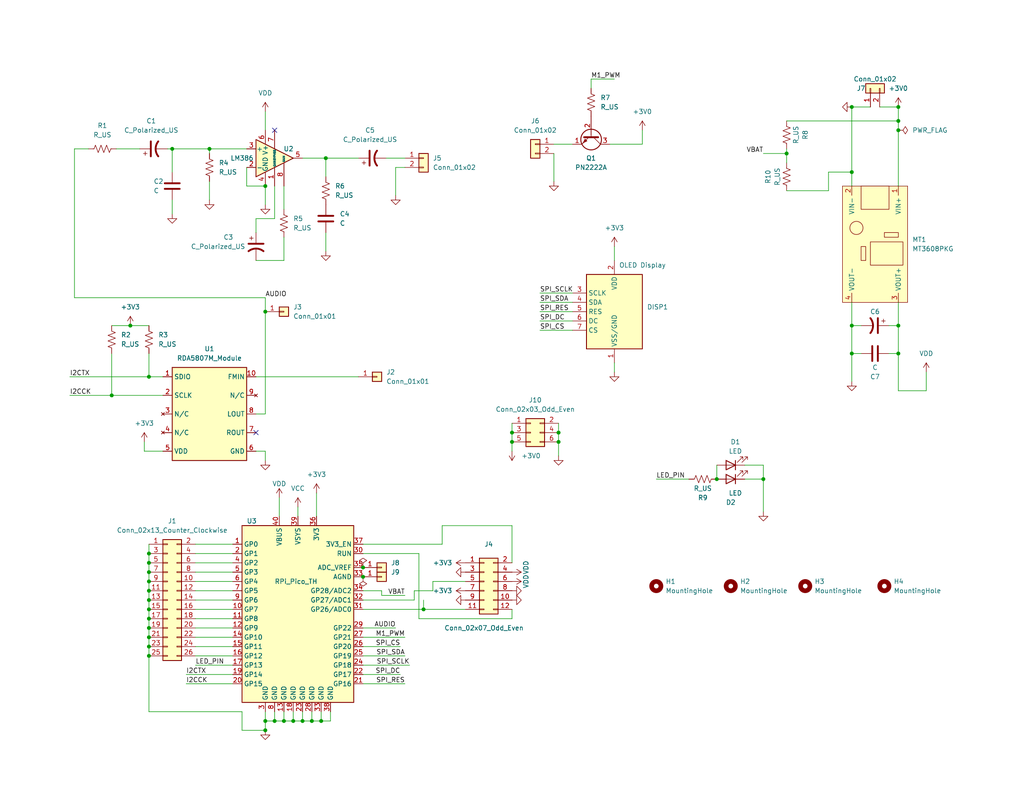
<source format=kicad_sch>
(kicad_sch (version 20211123) (generator eeschema)
  (paper "A")
  (lib_symbols
    (symbol "Amplifier_Audio:LM386" (pin_names (offset 0.127))
      (property "Reference" "U" (at 1.27 7.62 0))
      (property "Value" "LM386" (at 1.27 5.08 0))
      (symbol "LM386_0_1"
        (polyline (pts (xy 5.08 0) (xy -5.08 5.08) (xy -5.08 -5.08) (xy 5.08 0)) (stroke (width 0.254)) (fill (type background)))
      )
      (symbol "LM386_1_1"
        (pin input line (at 0 -7.62 90) (length 5.08) (name "GAIN") (number "1"))
        (pin input line (at -7.62 -2.54 0) (length 2.54) (name "-") (number "2"))
        (pin input line (at -7.62 2.54 0) (length 2.54) (name "+") (number "3"))
        (pin power_in line (at -2.54 -7.62 90) (length 3.81) (name "GND") (number "4"))
        (pin output line (at 7.62 0 180) (length 2.54) (name "~") (number "5"))
        (pin power_in line (at -2.54 7.62 270) (length 3.81) (name "V+") (number "6"))
        (pin input line (at 0 7.62 270) (length 5.08) (name "BYPASS") (number "7"))
        (pin input line (at 2.54 -7.62 90) (length 6.35) (name "GAIN") (number "8"))
      )
    )
    (symbol "Connector_Generic:Conn_01x01" (pin_names (offset 1.016) hide)
      (property "Reference" "J" (at 0 2.54 0))
      (property "Value" "Conn_01x01" (at 0 -2.54 0))
      (symbol "Conn_01x01_1_1"
        (rectangle (start -1.27 0.127) (end 0 -0.127) (stroke (width 0.1524)))
        (rectangle (start -1.27 1.27) (end 1.27 -1.27) (stroke (width 0.254)) (fill (type background)))
        (pin passive line (at -5.08 0 0) (length 3.81) (name "Pin_1") (number "1"))
      )
    )
    (symbol "Connector_Generic:Conn_01x02" (pin_names (offset 1.016) hide)
      (property "Reference" "J" (at 0 2.54 0))
      (property "Value" "Conn_01x02" (at 0 -5.08 0))
      (symbol "Conn_01x02_1_1"
        (rectangle (start -1.27 -2.413) (end 0 -2.667) (stroke (width 0.1524)))
        (rectangle (start -1.27 0.127) (end 0 -0.127) (stroke (width 0.1524)))
        (rectangle (start -1.27 1.27) (end 1.27 -3.81) (stroke (width 0.254)) (fill (type background)))
        (pin passive line (at -5.08 0 0) (length 3.81) (name "Pin_1") (number "1"))
        (pin passive line (at -5.08 -2.54 0) (length 3.81) (name "Pin_2") (number "2"))
      )
    )
    (symbol "Connector_Generic:Conn_02x03_Odd_Even" (pin_names (offset 1.016) hide)
      (property "Reference" "J" (at 1.27 5.08 0))
      (property "Value" "Conn_02x03_Odd_Even" (at 1.27 -5.08 0))
      (symbol "Conn_02x03_Odd_Even_1_1"
        (rectangle (start -1.27 -2.413) (end 0 -2.667) (stroke (width 0.1524)))
        (rectangle (start -1.27 0.127) (end 0 -0.127) (stroke (width 0.1524)))
        (rectangle (start -1.27 2.667) (end 0 2.413) (stroke (width 0.1524)))
        (rectangle (start -1.27 3.81) (end 3.81 -3.81) (stroke (width 0.254)) (fill (type background)))
        (rectangle (start 3.81 -2.413) (end 2.54 -2.667) (stroke (width 0.1524)))
        (rectangle (start 3.81 0.127) (end 2.54 -0.127) (stroke (width 0.1524)))
        (rectangle (start 3.81 2.667) (end 2.54 2.413) (stroke (width 0.1524)))
        (pin passive line (at -5.08 2.54 0) (length 3.81) (name "Pin_1") (number "1"))
        (pin passive line (at 7.62 2.54 180) (length 3.81) (name "Pin_2") (number "2"))
        (pin passive line (at -5.08 0 0) (length 3.81) (name "Pin_3") (number "3"))
        (pin passive line (at 7.62 0 180) (length 3.81) (name "Pin_4") (number "4"))
        (pin passive line (at -5.08 -2.54 0) (length 3.81) (name "Pin_5") (number "5"))
        (pin passive line (at 7.62 -2.54 180) (length 3.81) (name "Pin_6") (number "6"))
      )
    )
    (symbol "Connector_Generic:Conn_02x06_Odd_Even" (pin_names (offset 1.016) hide)
      (property "Reference" "J" (at 1.27 7.62 0))
      (property "Value" "Conn_02x06_Odd_Even" (at 1.27 -10.16 0))
      (symbol "Conn_02x06_Odd_Even_1_1"
        (rectangle (start -1.27 -7.493) (end 0 -7.747) (stroke (width 0.1524)))
        (rectangle (start -1.27 -4.953) (end 0 -5.207) (stroke (width 0.1524)))
        (rectangle (start -1.27 -2.413) (end 0 -2.667) (stroke (width 0.1524)))
        (rectangle (start -1.27 0.127) (end 0 -0.127) (stroke (width 0.1524)))
        (rectangle (start -1.27 2.667) (end 0 2.413) (stroke (width 0.1524)))
        (rectangle (start -1.27 5.207) (end 0 4.953) (stroke (width 0.1524)))
        (rectangle (start -1.27 6.35) (end 3.81 -8.89) (stroke (width 0.254)) (fill (type background)))
        (rectangle (start 3.81 -7.493) (end 2.54 -7.747) (stroke (width 0.1524)))
        (rectangle (start 3.81 -4.953) (end 2.54 -5.207) (stroke (width 0.1524)))
        (rectangle (start 3.81 -2.413) (end 2.54 -2.667) (stroke (width 0.1524)))
        (rectangle (start 3.81 0.127) (end 2.54 -0.127) (stroke (width 0.1524)))
        (rectangle (start 3.81 2.667) (end 2.54 2.413) (stroke (width 0.1524)))
        (rectangle (start 3.81 5.207) (end 2.54 4.953) (stroke (width 0.1524)))
        (pin passive line (at -5.08 5.08 0) (length 3.81) (name "Pin_1") (number "1"))
        (pin passive line (at 7.62 -5.08 180) (length 3.81) (name "Pin_10") (number "10"))
        (pin passive line (at -5.08 -7.62 0) (length 3.81) (name "Pin_11") (number "11"))
        (pin passive line (at 7.62 -7.62 180) (length 3.81) (name "Pin_12") (number "12"))
        (pin passive line (at 7.62 5.08 180) (length 3.81) (name "Pin_2") (number "2"))
        (pin passive line (at -5.08 2.54 0) (length 3.81) (name "Pin_3") (number "3"))
        (pin passive line (at 7.62 2.54 180) (length 3.81) (name "Pin_4") (number "4"))
        (pin passive line (at -5.08 0 0) (length 3.81) (name "Pin_5") (number "5"))
        (pin passive line (at 7.62 0 180) (length 3.81) (name "Pin_6") (number "6"))
        (pin passive line (at -5.08 -2.54 0) (length 3.81) (name "Pin_7") (number "7"))
        (pin passive line (at 7.62 -2.54 180) (length 3.81) (name "Pin_8") (number "8"))
        (pin passive line (at -5.08 -5.08 0) (length 3.81) (name "Pin_9") (number "9"))
      )
    )
    (symbol "Connector_Generic:Conn_02x13_Odd_Even" (pin_names (offset 1.016) hide)
      (property "Reference" "J" (at 1.27 17.78 0))
      (property "Value" "Conn_02x13_Odd_Even" (at 1.27 -17.78 0))
      (symbol "Conn_02x13_Odd_Even_1_1"
        (rectangle (start -1.27 -15.113) (end 0 -15.367) (stroke (width 0.1524)))
        (rectangle (start -1.27 -12.573) (end 0 -12.827) (stroke (width 0.1524)))
        (rectangle (start -1.27 -10.033) (end 0 -10.287) (stroke (width 0.1524)))
        (rectangle (start -1.27 -7.493) (end 0 -7.747) (stroke (width 0.1524)))
        (rectangle (start -1.27 -4.953) (end 0 -5.207) (stroke (width 0.1524)))
        (rectangle (start -1.27 -2.413) (end 0 -2.667) (stroke (width 0.1524)))
        (rectangle (start -1.27 0.127) (end 0 -0.127) (stroke (width 0.1524)))
        (rectangle (start -1.27 2.667) (end 0 2.413) (stroke (width 0.1524)))
        (rectangle (start -1.27 5.207) (end 0 4.953) (stroke (width 0.1524)))
        (rectangle (start -1.27 7.747) (end 0 7.493) (stroke (width 0.1524)))
        (rectangle (start -1.27 10.287) (end 0 10.033) (stroke (width 0.1524)))
        (rectangle (start -1.27 12.827) (end 0 12.573) (stroke (width 0.1524)))
        (rectangle (start -1.27 15.367) (end 0 15.113) (stroke (width 0.1524)))
        (rectangle (start -1.27 16.51) (end 3.81 -16.51) (stroke (width 0.254)) (fill (type background)))
        (rectangle (start 3.81 -15.113) (end 2.54 -15.367) (stroke (width 0.1524)))
        (rectangle (start 3.81 -12.573) (end 2.54 -12.827) (stroke (width 0.1524)))
        (rectangle (start 3.81 -10.033) (end 2.54 -10.287) (stroke (width 0.1524)))
        (rectangle (start 3.81 -7.493) (end 2.54 -7.747) (stroke (width 0.1524)))
        (rectangle (start 3.81 -4.953) (end 2.54 -5.207) (stroke (width 0.1524)))
        (rectangle (start 3.81 -2.413) (end 2.54 -2.667) (stroke (width 0.1524)))
        (rectangle (start 3.81 0.127) (end 2.54 -0.127) (stroke (width 0.1524)))
        (rectangle (start 3.81 2.667) (end 2.54 2.413) (stroke (width 0.1524)))
        (rectangle (start 3.81 5.207) (end 2.54 4.953) (stroke (width 0.1524)))
        (rectangle (start 3.81 7.747) (end 2.54 7.493) (stroke (width 0.1524)))
        (rectangle (start 3.81 10.287) (end 2.54 10.033) (stroke (width 0.1524)))
        (rectangle (start 3.81 12.827) (end 2.54 12.573) (stroke (width 0.1524)))
        (rectangle (start 3.81 15.367) (end 2.54 15.113) (stroke (width 0.1524)))
        (pin passive line (at -5.08 15.24 0) (length 3.81) (name "Pin_1") (number "1"))
        (pin passive line (at 7.62 5.08 180) (length 3.81) (name "Pin_10") (number "10"))
        (pin passive line (at -5.08 2.54 0) (length 3.81) (name "Pin_11") (number "11"))
        (pin passive line (at 7.62 2.54 180) (length 3.81) (name "Pin_12") (number "12"))
        (pin passive line (at -5.08 0 0) (length 3.81) (name "Pin_13") (number "13"))
        (pin passive line (at 7.62 0 180) (length 3.81) (name "Pin_14") (number "14"))
        (pin passive line (at -5.08 -2.54 0) (length 3.81) (name "Pin_15") (number "15"))
        (pin passive line (at 7.62 -2.54 180) (length 3.81) (name "Pin_16") (number "16"))
        (pin passive line (at -5.08 -5.08 0) (length 3.81) (name "Pin_17") (number "17"))
        (pin passive line (at 7.62 -5.08 180) (length 3.81) (name "Pin_18") (number "18"))
        (pin passive line (at -5.08 -7.62 0) (length 3.81) (name "Pin_19") (number "19"))
        (pin passive line (at 7.62 15.24 180) (length 3.81) (name "Pin_2") (number "2"))
        (pin passive line (at 7.62 -7.62 180) (length 3.81) (name "Pin_20") (number "20"))
        (pin passive line (at -5.08 -10.16 0) (length 3.81) (name "Pin_21") (number "21"))
        (pin passive line (at 7.62 -10.16 180) (length 3.81) (name "Pin_22") (number "22"))
        (pin passive line (at -5.08 -12.7 0) (length 3.81) (name "Pin_23") (number "23"))
        (pin passive line (at 7.62 -12.7 180) (length 3.81) (name "Pin_24") (number "24"))
        (pin passive line (at -5.08 -15.24 0) (length 3.81) (name "Pin_25") (number "25"))
        (pin passive line (at 7.62 -15.24 180) (length 3.81) (name "Pin_26") (number "26"))
        (pin passive line (at -5.08 12.7 0) (length 3.81) (name "Pin_3") (number "3"))
        (pin passive line (at 7.62 12.7 180) (length 3.81) (name "Pin_4") (number "4"))
        (pin passive line (at -5.08 10.16 0) (length 3.81) (name "Pin_5") (number "5"))
        (pin passive line (at 7.62 10.16 180) (length 3.81) (name "Pin_6") (number "6"))
        (pin passive line (at -5.08 7.62 0) (length 3.81) (name "Pin_7") (number "7"))
        (pin passive line (at 7.62 7.62 180) (length 3.81) (name "Pin_8") (number "8"))
        (pin passive line (at -5.08 5.08 0) (length 3.81) (name "Pin_9") (number "9"))
      )
    )
    (symbol "Device:C" (pin_numbers hide) (pin_names (offset 0.254))
      (property "Reference" "C" (at 0.635 2.54 0))
      (property "Value" "C" (at 0.635 -2.54 0))
      (symbol "C_0_1"
        (polyline (pts (xy -2.032 -0.762) (xy 2.032 -0.762)) (stroke (width 0.508)))
        (polyline (pts (xy -2.032 0.762) (xy 2.032 0.762)) (stroke (width 0.508)))
      )
      (symbol "C_1_1"
        (pin passive line (at 0 3.81 270) (length 2.794) (name "~") (number "1"))
        (pin passive line (at 0 -3.81 90) (length 2.794) (name "~") (number "2"))
      )
    )
    (symbol "Device:C_Polarized_US" (pin_numbers hide) (pin_names (offset 0.254) hide)
      (property "Reference" "C" (at 0.635 2.54 0))
      (property "Value" "C_Polarized_US" (at 0.635 -2.54 0))
      (symbol "C_Polarized_US_0_1"
        (polyline (pts (xy -2.032 0.762) (xy 2.032 0.762)) (stroke (width 0.508)))
        (polyline (pts (xy -1.778 2.286) (xy -0.762 2.286)))
        (polyline (pts (xy -1.27 1.778) (xy -1.27 2.794)))
        (arc (start 2.032 -1.27) (mid 0 -0.5572) (end -2.032 -1.27) (stroke (width 0.508)))
      )
      (symbol "C_Polarized_US_1_1"
        (pin passive line (at 0 3.81 270) (length 2.794) (name "~") (number "1"))
        (pin passive line (at 0 -3.81 90) (length 3.302) (name "~") (number "2"))
      )
    )
    (symbol "Device:LED" (pin_numbers hide) (pin_names (offset 1.016) hide)
      (property "Reference" "D" (at 0 2.54 0))
      (property "Value" "LED" (at 0 -2.54 0))
      (symbol "LED_0_1"
        (polyline (pts (xy -1.27 -1.27) (xy -1.27 1.27)) (stroke (width 0.254)))
        (polyline (pts (xy -1.27 0) (xy 1.27 0)))
        (polyline (pts (xy 1.27 -1.27) (xy 1.27 1.27) (xy -1.27 0) (xy 1.27 -1.27)) (stroke (width 0.254)))
        (polyline (pts (xy -3.048 -0.762) (xy -4.572 -2.286) (xy -3.81 -2.286) (xy -4.572 -2.286) (xy -4.572 -1.524)))
        (polyline (pts (xy -1.778 -0.762) (xy -3.302 -2.286) (xy -2.54 -2.286) (xy -3.302 -2.286) (xy -3.302 -1.524)))
      )
      (symbol "LED_1_1"
        (pin passive line (at -3.81 0 0) (length 2.54) (name "K") (number "1"))
        (pin passive line (at 3.81 0 180) (length 2.54) (name "A") (number "2"))
      )
    )
    (symbol "Device:R_US" (pin_numbers hide) (pin_names (offset 0))
      (property "Reference" "R" (at 2.54 0 90))
      (property "Value" "R_US" (at -2.54 0 90))
      (symbol "R_US_0_1"
        (polyline (pts (xy 0 -2.286) (xy 0 -2.54)))
        (polyline (pts (xy 0 2.286) (xy 0 2.54)))
        (polyline (pts (xy 0 -0.762) (xy 1.016 -1.143) (xy 0 -1.524) (xy -1.016 -1.905) (xy 0 -2.286)))
        (polyline (pts (xy 0 0.762) (xy 1.016 0.381) (xy 0 0) (xy -1.016 -0.381) (xy 0 -0.762)))
        (polyline (pts (xy 0 2.286) (xy 1.016 1.905) (xy 0 1.524) (xy -1.016 1.143) (xy 0 0.762)))
      )
      (symbol "R_US_1_1"
        (pin passive line (at 0 3.81 270) (length 1.27) (name "~") (number "1"))
        (pin passive line (at 0 -3.81 90) (length 1.27) (name "~") (number "2"))
      )
    )
    (symbol "ECE:OLED Display"
      (property "Reference" "DISP?" (at 8.89 -1.27 0))
      (property "Value" "OLED Display" (at 8.89 1.27 0))
      (symbol "OLED Display_1_1"
        (rectangle (start -7.62 10.16) (end 7.62 -10.16) (stroke (width 0.254)) (fill (type background)))
        (pin power_in line (at 0 -13.97 90) (length 3.81) (name "VSS/GND") (number "1"))
        (pin power_in line (at 0 13.97 270) (length 3.81) (name "VDD") (number "2"))
        (pin input line (at -11.43 5.08 0) (length 3.81) (name "SCLK") (number "3"))
        (pin output line (at -11.43 2.54 0) (length 3.81) (name "SDA") (number "4"))
        (pin input line (at -11.43 0 0) (length 3.81) (name "RES") (number "5"))
        (pin input line (at -11.43 -2.54 0) (length 3.81) (name "DC") (number "6"))
        (pin input line (at -11.43 -5.08 0) (length 3.81) (name "CS") (number "7"))
      )
    )
    (symbol "ECE:RDA5807M_Module"
      (property "Reference" "U" (at -8.89 16.51 0))
      (property "Value" "RDA5807M_Module" (at -8.89 13.97 0))
      (symbol "RDA5807M_Module_0_1"
        (rectangle (start -10.16 12.7) (end 10.16 -12.7) (stroke (width 0.254)) (fill (type background)))
      )
      (symbol "RDA5807M_Module_1_1"
        (pin bidirectional line (at -12.7 10.16 0) (length 2.54) (name "SDIO") (number "1"))
        (pin input line (at 12.7 10.16 180) (length 2.54) (name "FMIN") (number "10"))
        (pin input line (at -12.7 5.08 0) (length 2.54) (name "SCLK") (number "2"))
        (pin no_connect line (at -12.7 0 0) (length 2.54) (name "N/C") (number "3"))
        (pin no_connect line (at -12.7 -5.08 0) (length 2.54) (name "N/C") (number "4"))
        (pin power_in line (at -12.7 -10.16 0) (length 2.54) (name "VDD") (number "5"))
        (pin power_in line (at 12.7 -10.16 180) (length 2.54) (name "GND") (number "6"))
        (pin output line (at 12.7 -5.08 180) (length 2.54) (name "ROUT") (number "7"))
        (pin output line (at 12.7 0 180) (length 2.54) (name "LOUT") (number "8"))
        (pin no_connect line (at 12.7 5.08 180) (length 2.54) (name "N/C") (number "9"))
      )
    )
    (symbol "ECE:RPi_Pico_TH"
      (property "Reference" "U?" (at 0 1.27 0))
      (property "Value" "RPi_Pico_TH" (at 0 -1.27 0))
      (symbol "RPi_Pico_TH_0_1"
        (rectangle (start -15.24 24.13) (end 15.24 -24.13) (stroke (width 0.254)) (fill (type background)))
      )
      (symbol "RPi_Pico_TH_1_1"
        (pin bidirectional line (at -17.78 19.05 0) (length 2.54) (name "GP0") (number "1"))
        (pin bidirectional line (at -17.78 1.27 0) (length 2.54) (name "GP7") (number "10"))
        (pin bidirectional line (at -17.78 -1.27 0) (length 2.54) (name "GP8") (number "11"))
        (pin bidirectional line (at -17.78 -3.81 0) (length 2.54) (name "GP9") (number "12"))
        (pin power_in line (at -3.81 -26.67 90) (length 2.54) (name "GND") (number "13"))
        (pin bidirectional line (at -17.78 -6.35 0) (length 2.54) (name "GP10") (number "14"))
        (pin bidirectional line (at -17.78 -8.89 0) (length 2.54) (name "GP11") (number "15"))
        (pin bidirectional line (at -17.78 -11.43 0) (length 2.54) (name "GP12") (number "16"))
        (pin bidirectional line (at -17.78 -13.97 0) (length 2.54) (name "GP13") (number "17"))
        (pin power_in line (at -1.27 -26.67 90) (length 2.54) (name "GND") (number "18"))
        (pin bidirectional line (at -17.78 -16.51 0) (length 2.54) (name "GP14") (number "19"))
        (pin bidirectional line (at -17.78 16.51 0) (length 2.54) (name "GP1") (number "2"))
        (pin bidirectional line (at -17.78 -19.05 0) (length 2.54) (name "GP15") (number "20"))
        (pin bidirectional line (at 17.78 -19.05 180) (length 2.54) (name "GP16") (number "21"))
        (pin bidirectional line (at 17.78 -16.51 180) (length 2.54) (name "GP17") (number "22"))
        (pin power_in line (at 1.27 -26.67 90) (length 2.54) (name "GND") (number "23"))
        (pin bidirectional line (at 17.78 -13.97 180) (length 2.54) (name "GP18") (number "24"))
        (pin bidirectional line (at 17.78 -11.43 180) (length 2.54) (name "GP19") (number "25"))
        (pin bidirectional line (at 17.78 -8.89 180) (length 2.54) (name "GP20") (number "26"))
        (pin bidirectional line (at 17.78 -6.35 180) (length 2.54) (name "GP21") (number "27"))
        (pin power_in line (at 3.81 -26.67 90) (length 2.54) (name "GND") (number "28"))
        (pin bidirectional line (at 17.78 -3.81 180) (length 2.54) (name "GP22") (number "29"))
        (pin power_in line (at -8.89 -26.67 90) (length 2.54) (name "GND") (number "3"))
        (pin input line (at 17.78 16.51 180) (length 2.54) (name "RUN") (number "30"))
        (pin bidirectional line (at 17.78 1.27 180) (length 2.54) (name "GP26/ADC0") (number "31"))
        (pin bidirectional line (at 17.78 3.81 180) (length 2.54) (name "GP27/ADC1") (number "32"))
        (pin power_in line (at 17.78 10.16 180) (length 2.54) (name "AGND") (number "33"))
        (pin power_in line (at 6.35 -26.67 90) (length 2.54) (name "GND") (number "33"))
        (pin bidirectional line (at 17.78 6.35 180) (length 2.54) (name "GP28/ADC2") (number "34"))
        (pin power_in line (at 17.78 12.7 180) (length 2.54) (name "ADC_VREF") (number "35"))
        (pin power_out line (at 5.08 26.67 270) (length 2.54) (name "3V3") (number "36"))
        (pin input line (at 17.78 19.05 180) (length 2.54) (name "3V3_EN") (number "37"))
        (pin power_in line (at 8.89 -26.67 90) (length 2.54) (name "GND") (number "38"))
        (pin power_out line (at 0 26.67 270) (length 2.54) (name "VSYS") (number "39"))
        (pin bidirectional line (at -17.78 13.97 0) (length 2.54) (name "GP2") (number "4"))
        (pin power_in line (at -5.08 26.67 270) (length 2.54) (name "VBUS") (number "40"))
        (pin bidirectional line (at -17.78 11.43 0) (length 2.54) (name "GP3") (number "5"))
        (pin bidirectional line (at -17.78 8.89 0) (length 2.54) (name "GP4") (number "6"))
        (pin bidirectional line (at -17.78 6.35 0) (length 2.54) (name "GP5") (number "7"))
        (pin power_in line (at -6.35 -26.67 90) (length 2.54) (name "GND") (number "8"))
        (pin bidirectional line (at -17.78 3.81 0) (length 2.54) (name "GP6") (number "9"))
      )
    )
    (symbol "Mechanical:MountingHole" (pin_names (offset 1.016))
      (property "Reference" "H" (at 0 5.08 0))
      (property "Value" "MountingHole" (at 0 3.175 0))
      (symbol "MountingHole_0_1"
        (circle (center 0 0) (radius 1.27) (stroke (width 1.27)))
      )
    )
    (symbol "Transistor_BJT:PN2222A" (pin_names (offset 0) hide)
      (property "Reference" "Q" (at 5.08 1.905 0))
      (property "Value" "PN2222A" (at 5.08 0 0))
      (symbol "PN2222A_0_1"
        (polyline (pts (xy 0 0) (xy 0.635 0)))
        (polyline (pts (xy 2.54 -2.54) (xy 0.635 -0.635)))
        (polyline (pts (xy 2.54 2.54) (xy 0.635 0.635)))
        (polyline (pts (xy 0.635 1.905) (xy 0.635 -1.905) (xy 0.635 -1.905)) (stroke (width 0.508)))
        (polyline (pts (xy 2.413 -2.413) (xy 1.905 -1.905) (xy 1.905 -1.905)))
        (polyline (pts (xy 1.143 -1.651) (xy 1.651 -1.143) (xy 2.159 -2.159) (xy 1.143 -1.651) (xy 1.143 -1.651)) (fill (type outline)))
        (circle (center 1.27 0) (radius 2.8194) (stroke (width 0.254)))
      )
      (symbol "PN2222A_1_1"
        (pin passive line (at 2.54 -5.08 90) (length 2.54) (name "E") (number "1"))
        (pin input line (at -5.08 0 0) (length 5.08) (name "B") (number "2"))
        (pin passive line (at 2.54 5.08 270) (length 2.54) (name "C") (number "3"))
      )
    )
    (symbol "braveheart_custom:MT3608PKG"
      (property "Reference" "MT1" (at 19.05 -14.6049 0))
      (property "Value" "MT3608PKG" (at 19.05 -17.1449 0))
      (symbol "MT3608PKG_0_1"
        (rectangle (start 0 0) (end 17.78 -31.75) (fill (type background)))
        (circle (center 3.81 -11.43) (radius 1.7961))
        (rectangle (start 5.08 0) (end 12.7 -6.35))
        (rectangle (start 6.35 -20.32) (end 5.08 -16.51))
        (rectangle (start 7.62 -15.24) (end 16.51 -21.59))
        (rectangle (start 11.43 -12.7) (end 15.24 -13.97))
      )
      (symbol "MT3608PKG_1_1"
        (pin power_in line (at 15.24 0 270) (length 2.54) (name "VIN+") (number "1"))
        (pin power_in line (at 2.54 0 270) (length 2.54) (name "VIN-") (number "2"))
        (pin power_out line (at 15.24 -31.75 90) (length 2.54) (name "VOUT+") (number "3"))
        (pin power_out line (at 2.54 -31.75 90) (length 2.54) (name "VOUT-") (number "4"))
      )
    )
    (symbol "power:+3.3V" (power) (pin_names (offset 0))
      (property "Value" "+3.3V" (at 0 3.556 0))
      (symbol "+3.3V_0_1"
        (polyline (pts (xy -0.762 1.27) (xy 0 2.54)))
        (polyline (pts (xy 0 0) (xy 0 2.54)))
        (polyline (pts (xy 0 2.54) (xy 0.762 1.27)))
      )
      (symbol "+3.3V_1_1"
        (pin power_in line (at 0 0 90) (length 0) hide (name "+3V3") (number "1"))
      )
    )
    (symbol "power:+3V0" (power) (pin_names (offset 0))
      (property "Value" "+3V0" (at 0 3.556 0))
      (symbol "+3V0_0_1"
        (polyline (pts (xy -0.762 1.27) (xy 0 2.54)))
        (polyline (pts (xy 0 0) (xy 0 2.54)))
        (polyline (pts (xy 0 2.54) (xy 0.762 1.27)))
      )
      (symbol "+3V0_1_1"
        (pin power_in line (at 0 0 90) (length 0) hide (name "+3V0") (number "1"))
      )
    )
    (symbol "power:GND" (power) (pin_names (offset 0))
      (property "Value" "GND" (at 0 -3.81 0))
      (symbol "GND_0_1"
        (polyline (pts (xy 0 0) (xy 0 -1.27) (xy 1.27 -1.27) (xy 0 -2.54) (xy -1.27 -1.27) (xy 0 -1.27)))
      )
      (symbol "GND_1_1"
        (pin power_in line (at 0 0 270) (length 0) hide (name "GND") (number "1"))
      )
    )
    (symbol "power:PWR_FLAG" (power) (pin_numbers hide) (pin_names (offset 0) hide)
      (property "Value" "PWR_FLAG" (at 0 3.81 0))
      (symbol "PWR_FLAG_0_0"
        (pin power_out line (at 0 0 90) (length 0) (name "pwr") (number "1"))
      )
      (symbol "PWR_FLAG_0_1"
        (polyline (pts (xy 0 0) (xy 0 1.27) (xy -1.016 1.905) (xy 0 2.54) (xy 1.016 1.905) (xy 0 1.27)))
      )
    )
    (symbol "power:VCC" (power) (pin_names (offset 0))
      (property "Value" "VCC" (at 0 3.81 0))
      (symbol "VCC_0_1"
        (polyline (pts (xy -0.762 1.27) (xy 0 2.54)))
        (polyline (pts (xy 0 0) (xy 0 2.54)))
        (polyline (pts (xy 0 2.54) (xy 0.762 1.27)))
      )
      (symbol "VCC_1_1"
        (pin power_in line (at 0 0 90) (length 0) hide (name "VCC") (number "1"))
      )
    )
    (symbol "power:VDD" (power) (pin_names (offset 0))
      (property "Value" "VDD" (at 0 3.81 0))
      (symbol "VDD_0_1"
        (polyline (pts (xy -0.762 1.27) (xy 0 2.54)))
        (polyline (pts (xy 0 0) (xy 0 2.54)))
        (polyline (pts (xy 0 2.54) (xy 0.762 1.27)))
      )
      (symbol "VDD_1_1"
        (pin power_in line (at 0 0 90) (length 0) hide (name "VDD") (number "1"))
      )
    )
  )
  (junction (at 72.39 199.39))
  (junction (at 30.48 107.95))
  (junction (at 245.11 33.02))
  (junction (at 245.11 35.56))
  (junction (at 74.93 196.85))
  (junction (at 40.64 166.37))
  (junction (at 40.64 158.75))
  (junction (at 232.41 88.9))
  (junction (at 72.39 196.85))
  (junction (at 99.06 154.94))
  (junction (at 72.39 85.09))
  (junction (at 40.64 153.67))
  (junction (at 195.58 130.81))
  (junction (at 208.28 130.81))
  (junction (at 232.41 96.52))
  (junction (at 99.06 157.48))
  (junction (at 40.64 102.87))
  (junction (at 115.57 166.37))
  (junction (at 232.41 29.21))
  (junction (at 46.99 40.64))
  (junction (at 40.64 179.07))
  (junction (at 72.39 50.8))
  (junction (at 88.9 43.18))
  (junction (at 80.01 196.85))
  (junction (at 214.63 41.91))
  (junction (at 232.41 46.99))
  (junction (at 57.15 40.64))
  (junction (at 139.7 120.65))
  (junction (at 245.11 96.52))
  (junction (at 40.64 163.83))
  (junction (at 245.11 88.9))
  (junction (at 152.4 118.11))
  (junction (at 87.63 196.85))
  (junction (at 40.64 156.21))
  (junction (at 245.11 29.21))
  (junction (at 82.55 196.85))
  (junction (at 40.64 173.99))
  (junction (at 40.64 151.13))
  (junction (at 40.64 168.91))
  (junction (at 77.47 196.85))
  (junction (at 35.56 88.9))
  (junction (at 85.09 196.85))
  (junction (at 152.4 120.65))
  (junction (at 40.64 161.29))
  (junction (at 139.7 118.11))
  (junction (at 40.64 171.45))
  (junction (at 40.64 176.53))
  (no_connect (at 69.85 118.11))
  (no_connect (at 74.93 35.56))
  (wire (pts (xy 46.99 40.64) (xy 57.15 40.64)))
  (wire (pts (xy 50.8 184.15) (xy 63.5 184.15)))
  (wire (pts (xy 30.48 96.52) (xy 30.48 107.95)))
  (wire (pts (xy 67.31 50.8) (xy 72.39 50.8)))
  (wire (pts (xy 99.06 161.29) (xy 104.14 161.29)))
  (wire (pts (xy 40.64 176.53) (xy 40.64 179.07)))
  (wire (pts (xy 53.34 158.75) (xy 63.5 158.75)))
  (wire (pts (xy 20.32 81.28) (xy 20.32 40.64)))
  (wire (pts (xy 40.64 156.21) (xy 40.64 158.75)))
  (wire (pts (xy 74.93 50.8) (xy 74.93 59.69)))
  (wire (pts (xy 245.11 35.56) (xy 245.11 50.8)))
  (wire (pts (xy 20.32 40.64) (xy 24.13 40.64)))
  (wire (pts (xy 53.34 161.29) (xy 63.5 161.29)))
  (wire (pts (xy 53.34 153.67) (xy 63.5 153.67)))
  (wire (pts (xy 208.28 41.91) (xy 214.63 41.91)))
  (wire (pts (xy 214.63 41.91) (xy 214.63 44.45)))
  (wire (pts (xy 104.14 161.29) (xy 104.14 162.56)))
  (wire (pts (xy 226.06 52.07) (xy 226.06 46.99)))
  (wire (pts (xy 72.39 50.8) (xy 72.39 55.88)))
  (wire (pts (xy 53.34 166.37) (xy 63.5 166.37)))
  (wire (pts (xy 151.13 39.37) (xy 156.21 39.37)))
  (wire (pts (xy 19.05 102.87) (xy 40.64 102.87)))
  (wire (pts (xy 167.64 67.31) (xy 167.64 71.12)))
  (wire (pts (xy 44.45 123.19) (xy 39.37 123.19)))
  (wire (pts (xy 97.79 43.18) (xy 88.9 43.18)))
  (wire (pts (xy 232.41 88.9) (xy 234.95 88.9)))
  (wire (pts (xy 57.15 49.53) (xy 57.15 54.61)))
  (wire (pts (xy 208.28 130.81) (xy 208.28 139.7)))
  (wire (pts (xy 88.9 63.5) (xy 88.9 68.58)))
  (wire (pts (xy 139.7 120.65) (xy 139.7 123.19)))
  (wire (pts (xy 114.3 151.13) (xy 114.3 168.91)))
  (wire (pts (xy 46.99 54.61) (xy 46.99 58.42)))
  (wire (pts (xy 72.39 194.31) (xy 72.39 196.85)))
  (wire (pts (xy 87.63 196.85) (xy 85.09 196.85)))
  (wire (pts (xy 40.64 96.52) (xy 40.64 102.87)))
  (wire (pts (xy 50.8 186.69) (xy 63.5 186.69)))
  (wire (pts (xy 120.65 143.51) (xy 139.7 143.51)))
  (wire (pts (xy 179.07 130.81) (xy 187.96 130.81)))
  (wire (pts (xy 20.32 81.28) (xy 72.39 81.28)))
  (wire (pts (xy 72.39 81.28) (xy 72.39 85.09)))
  (wire (pts (xy 67.31 45.72) (xy 67.31 50.8)))
  (wire (pts (xy 66.04 199.39) (xy 72.39 199.39)))
  (wire (pts (xy 85.09 196.85) (xy 82.55 196.85)))
  (wire (pts (xy 232.41 29.21) (xy 232.41 46.99)))
  (wire (pts (xy 115.57 163.83) (xy 115.57 166.37)))
  (wire (pts (xy 195.58 127) (xy 195.58 130.81)))
  (wire (pts (xy 147.32 80.01) (xy 156.21 80.01)))
  (wire (pts (xy 31.75 40.64) (xy 38.1 40.64)))
  (wire (pts (xy 245.11 29.21) (xy 245.11 33.02)))
  (wire (pts (xy 245.11 33.02) (xy 245.11 35.56)))
  (wire (pts (xy 39.37 120.65) (xy 39.37 123.19)))
  (wire (pts (xy 99.06 181.61) (xy 111.76 181.61)))
  (wire (pts (xy 80.01 196.85) (xy 77.47 196.85)))
  (wire (pts (xy 53.34 148.59) (xy 63.5 148.59)))
  (wire (pts (xy 242.57 88.9) (xy 245.11 88.9)))
  (wire (pts (xy 40.64 158.75) (xy 40.64 161.29)))
  (wire (pts (xy 40.64 173.99) (xy 40.64 176.53)))
  (wire (pts (xy 76.2 135.89) (xy 76.2 140.97)))
  (wire (pts (xy 161.29 21.59) (xy 161.29 24.13)))
  (wire (pts (xy 88.9 48.26) (xy 88.9 43.18)))
  (wire (pts (xy 232.41 96.52) (xy 232.41 104.14)))
  (wire (pts (xy 77.47 50.8) (xy 77.47 57.15)))
  (wire (pts (xy 242.57 96.52) (xy 245.11 96.52)))
  (wire (pts (xy 139.7 118.11) (xy 139.7 120.65)))
  (wire (pts (xy 245.11 88.9) (xy 245.11 96.52)))
  (wire (pts (xy 107.95 45.72) (xy 107.95 53.34)))
  (wire (pts (xy 139.7 115.57) (xy 139.7 118.11)))
  (wire (pts (xy 53.34 176.53) (xy 63.5 176.53)))
  (wire (pts (xy 40.64 179.07) (xy 40.64 194.31)))
  (wire (pts (xy 19.05 107.95) (xy 30.48 107.95)))
  (wire (pts (xy 152.4 118.11) (xy 152.4 120.65)))
  (wire (pts (xy 147.32 90.17) (xy 156.21 90.17)))
  (wire (pts (xy 245.11 96.52) (xy 245.11 106.68)))
  (wire (pts (xy 115.57 166.37) (xy 127 166.37)))
  (wire (pts (xy 203.2 130.81) (xy 208.28 130.81)))
  (wire (pts (xy 152.4 115.57) (xy 152.4 118.11)))
  (wire (pts (xy 69.85 71.12) (xy 77.47 71.12)))
  (wire (pts (xy 53.34 171.45) (xy 63.5 171.45)))
  (wire (pts (xy 208.28 127) (xy 208.28 130.81)))
  (wire (pts (xy 40.64 166.37) (xy 40.64 168.91)))
  (wire (pts (xy 226.06 46.99) (xy 232.41 46.99)))
  (wire (pts (xy 69.85 102.87) (xy 97.79 102.87)))
  (wire (pts (xy 147.32 82.55) (xy 156.21 82.55)))
  (wire (pts (xy 152.4 120.65) (xy 152.4 124.46)))
  (wire (pts (xy 139.7 168.91) (xy 139.7 166.37)))
  (wire (pts (xy 232.41 96.52) (xy 234.95 96.52)))
  (wire (pts (xy 214.63 33.02) (xy 245.11 33.02)))
  (wire (pts (xy 245.11 82.55) (xy 245.11 88.9)))
  (wire (pts (xy 90.17 194.31) (xy 90.17 196.85)))
  (wire (pts (xy 87.63 194.31) (xy 87.63 196.85)))
  (wire (pts (xy 252.73 101.6) (xy 252.73 106.68)))
  (wire (pts (xy 30.48 107.95) (xy 44.45 107.95)))
  (wire (pts (xy 53.34 181.61) (xy 63.5 181.61)))
  (wire (pts (xy 82.55 196.85) (xy 80.01 196.85)))
  (wire (pts (xy 105.41 43.18) (xy 110.49 43.18)))
  (wire (pts (xy 72.39 85.09) (xy 72.39 113.03)))
  (wire (pts (xy 40.64 194.31) (xy 66.04 194.31)))
  (wire (pts (xy 77.47 71.12) (xy 77.47 64.77)))
  (wire (pts (xy 40.64 161.29) (xy 40.64 163.83)))
  (wire (pts (xy 86.36 134.62) (xy 86.36 140.97)))
  (wire (pts (xy 118.11 161.29) (xy 118.11 158.75)))
  (wire (pts (xy 104.14 162.56) (xy 110.49 162.56)))
  (wire (pts (xy 99.06 184.15) (xy 109.22 184.15)))
  (wire (pts (xy 82.55 194.31) (xy 82.55 196.85)))
  (wire (pts (xy 120.65 148.59) (xy 120.65 143.51)))
  (wire (pts (xy 99.06 148.59) (xy 120.65 148.59)))
  (wire (pts (xy 53.34 173.99) (xy 63.5 173.99)))
  (wire (pts (xy 69.85 113.03) (xy 72.39 113.03)))
  (wire (pts (xy 53.34 151.13) (xy 63.5 151.13)))
  (wire (pts (xy 74.93 194.31) (xy 74.93 196.85)))
  (wire (pts (xy 57.15 40.64) (xy 57.15 41.91)))
  (wire (pts (xy 240.03 29.21) (xy 245.11 29.21)))
  (wire (pts (xy 232.41 82.55) (xy 232.41 88.9)))
  (wire (pts (xy 118.11 158.75) (xy 127 158.75)))
  (wire (pts (xy 99.06 186.69) (xy 110.49 186.69)))
  (wire (pts (xy 74.93 59.69) (xy 69.85 59.69)))
  (wire (pts (xy 35.56 88.9) (xy 40.64 88.9)))
  (wire (pts (xy 114.3 168.91) (xy 139.7 168.91)))
  (wire (pts (xy 175.26 35.56) (xy 175.26 39.37)))
  (wire (pts (xy 77.47 196.85) (xy 74.93 196.85)))
  (wire (pts (xy 139.7 143.51) (xy 139.7 153.67)))
  (wire (pts (xy 45.72 40.64) (xy 46.99 40.64)))
  (wire (pts (xy 90.17 196.85) (xy 87.63 196.85)))
  (wire (pts (xy 53.34 168.91) (xy 63.5 168.91)))
  (wire (pts (xy 53.34 179.07) (xy 63.5 179.07)))
  (wire (pts (xy 232.41 88.9) (xy 232.41 96.52)))
  (wire (pts (xy 110.49 45.72) (xy 107.95 45.72)))
  (wire (pts (xy 40.64 171.45) (xy 40.64 173.99)))
  (wire (pts (xy 40.64 102.87) (xy 44.45 102.87)))
  (wire (pts (xy 40.64 148.59) (xy 40.64 151.13)))
  (wire (pts (xy 57.15 40.64) (xy 67.31 40.64)))
  (wire (pts (xy 72.39 123.19) (xy 72.39 125.73)))
  (wire (pts (xy 40.64 153.67) (xy 40.64 156.21)))
  (wire (pts (xy 53.34 156.21) (xy 63.5 156.21)))
  (wire (pts (xy 245.11 106.68) (xy 252.73 106.68)))
  (wire (pts (xy 151.13 41.91) (xy 151.13 49.53)))
  (wire (pts (xy 46.99 40.64) (xy 46.99 46.99)))
  (wire (pts (xy 99.06 151.13) (xy 114.3 151.13)))
  (wire (pts (xy 99.06 176.53) (xy 109.22 176.53)))
  (wire (pts (xy 113.03 163.83) (xy 113.03 161.29)))
  (wire (pts (xy 232.41 29.21) (xy 237.49 29.21)))
  (wire (pts (xy 72.39 196.85) (xy 72.39 199.39)))
  (wire (pts (xy 147.32 87.63) (xy 156.21 87.63)))
  (wire (pts (xy 167.64 99.06) (xy 167.64 101.6)))
  (wire (pts (xy 77.47 194.31) (xy 77.47 196.85)))
  (wire (pts (xy 69.85 123.19) (xy 72.39 123.19)))
  (wire (pts (xy 53.34 163.83) (xy 63.5 163.83)))
  (wire (pts (xy 214.63 52.07) (xy 226.06 52.07)))
  (wire (pts (xy 99.06 173.99) (xy 110.49 173.99)))
  (wire (pts (xy 85.09 194.31) (xy 85.09 196.85)))
  (wire (pts (xy 161.29 21.59) (xy 167.64 21.59)))
  (wire (pts (xy 203.2 127) (xy 208.28 127)))
  (wire (pts (xy 69.85 59.69) (xy 69.85 63.5)))
  (wire (pts (xy 40.64 168.91) (xy 40.64 171.45)))
  (wire (pts (xy 88.9 43.18) (xy 82.55 43.18)))
  (wire (pts (xy 30.48 88.9) (xy 35.56 88.9)))
  (wire (pts (xy 99.06 171.45) (xy 107.95 171.45)))
  (wire (pts (xy 147.32 85.09) (xy 156.21 85.09)))
  (wire (pts (xy 74.93 196.85) (xy 72.39 196.85)))
  (wire (pts (xy 72.39 30.48) (xy 72.39 35.56)))
  (wire (pts (xy 40.64 163.83) (xy 40.64 166.37)))
  (wire (pts (xy 99.06 163.83) (xy 113.03 163.83)))
  (wire (pts (xy 66.04 194.31) (xy 66.04 199.39)))
  (wire (pts (xy 214.63 40.64) (xy 214.63 41.91)))
  (wire (pts (xy 166.37 39.37) (xy 175.26 39.37)))
  (wire (pts (xy 81.28 138.43) (xy 81.28 140.97)))
  (wire (pts (xy 113.03 161.29) (xy 118.11 161.29)))
  (wire (pts (xy 80.01 194.31) (xy 80.01 196.85)))
  (wire (pts (xy 40.64 151.13) (xy 40.64 153.67)))
  (wire (pts (xy 232.41 46.99) (xy 232.41 50.8)))
  (wire (pts (xy 115.57 166.37) (xy 99.06 166.37)))
  (wire (pts (xy 99.06 179.07) (xy 110.49 179.07)))
  (label "LED_PIN" (at 53.34 181.61 0))
  (label "SPI_DC" (at 109.22 184.15 180))
  (label "SPI_RES" (at 110.49 186.69 180))
  (label "VBAT" (at 208.28 41.91 180))
  (label "LED_PIN" (at 179.07 130.81 0))
  (label "SPI_CS" (at 109.22 176.53 180))
  (label "SPI_CS" (at 147.32 90.17 0))
  (label "I2CCK" (at 50.8 186.69 0))
  (label "I2CTX" (at 50.8 184.15 0))
  (label "VBAT" (at 110.49 162.56 180))
  (label "I2CCK" (at 19.05 107.95 0))
  (label "M1_PWM" (at 161.29 21.59 0))
  (label "M1_PWM" (at 110.49 173.99 180))
  (label "SPI_DC" (at 147.32 87.63 0))
  (label "AUDIO" (at 107.95 171.45 180))
  (label "I2CTX" (at 19.05 102.87 0))
  (label "SPI_SCLK" (at 111.76 181.61 180))
  (label "SPI_RES" (at 147.32 85.09 0))
  (label "SPI_SDA" (at 110.49 179.07 180))
  (label "SPI_SCLK" (at 147.32 80.01 0))
  (label "SPI_SDA" (at 147.32 82.55 0))
  (label "AUDIO" (at 72.39 81.28 0))
  (symbol (lib_id "Device:LED") (at 199.39 127 180) (unit 1)
    (property "Reference" "D1" (at 200.66 120.65 0))
    (property "Value" "LED" (at 200.66 123.19 0))
    (property "Footprint" "Connector_PinHeader_2.54mm:PinHeader_1x02_P2.54mm_Vertical" (effects hide))
  )
  (symbol (lib_id "power:VDD") (at 139.7 156.21 270) (unit 1)
    (property "Reference" "#PWR013" (effects hide))
    (property "Value" "VDD" (at 143.51 154.94 0))
  )
  (symbol (lib_id "Device:R_US") (at 40.64 92.71 0) (unit 1)
    (property "Reference" "R3" (at 43.18 91.4399 0) (effects (justify left)))
    (property "Value" "R_US" (at 43.18 93.9799 0) (effects (justify left)))
    (property "Footprint" "Resistor_THT:R_Axial_DIN0207_L6.3mm_D2.5mm_P10.16mm_Horizontal" (effects hide))
  )
  (symbol (lib_id "power:GND") (at 208.28 139.7 0) (unit 1)
    (property "Reference" "#PWR022" (effects hide))
    (property "Value" "GND" (effects hide))
  )
  (symbol (lib_id "ECE:RPi_Pico_TH") (at 81.28 167.64 0) (unit 1)
    (property "Reference" "U3" (at 67.31 142.24 0) (effects (justify left)))
    (property "Value" "RPi_Pico_TH" (at 74.93 158.75 0) (effects (justify left)))
    (property "Footprint" "ECE:RPi_Pico_TH" (effects hide))
  )
  (symbol (lib_id "Device:C_Polarized_US") (at 238.76 88.9 270) (unit 1)
    (property "Reference" "C6" (at 238.76 85.09 90))
    (property "Value" "C_Polarized_US" (effects hide))
    (property "Footprint" "Capacitor_THT:CP_Radial_D6.3mm_P2.50mm" (effects hide))
  )
  (symbol (lib_id "power:+3.3V") (at 39.37 120.65 0) (unit 1)
    (property "Reference" "#PWR02" (effects hide))
    (property "Value" "+3.3V" (at 39.37 115.57 0))
  )
  (symbol (lib_id "power:GND") (at 139.7 161.29 90) (unit 1)
    (property "Reference" "#PWR015" (effects hide))
    (property "Value" "GND" (effects hide))
  )
  (symbol (lib_id "power:GND") (at 151.13 49.53 0) (unit 1)
    (property "Reference" "#PWR018" (effects hide))
    (property "Value" "GND" (effects hide))
  )
  (symbol (lib_id "Device:R_US") (at 161.29 27.94 0) (unit 1)
    (property "Reference" "R7" (at 163.83 26.6699 0) (effects (justify left)))
    (property "Value" "R_US" (at 163.83 29.2099 0) (effects (justify left)))
    (property "Footprint" "Resistor_THT:R_Axial_DIN0207_L6.3mm_D2.5mm_P10.16mm_Horizontal" (effects hide))
  )
  (symbol (lib_id "Mechanical:MountingHole") (at 219.71 160.02 0) (unit 1)
    (property "Reference" "H3" (at 222.25 158.7499 0) (effects (justify left)))
    (property "Value" "MountingHole" (at 222.25 161.2899 0) (effects (justify left)))
    (property "Footprint" "MountingHole:MountingHole_3.2mm_M3_Pad" (effects hide))
  )
  (symbol (lib_id "braveheart_custom:MT3608PKG") (at 229.87 50.8 0) (unit 1)
    (property "Reference" "MT1" (at 248.92 65.4049 0) (effects (justify left)))
    (property "Value" "MT3608PKG" (at 248.92 67.9449 0) (effects (justify left)))
    (property "Footprint" "braveheart_custom:MT3608PKG" (effects hide))
  )
  (symbol (lib_id "Device:R_US") (at 27.94 40.64 90) (unit 1)
    (property "Reference" "R1" (at 27.94 34.29 90))
    (property "Value" "R_US" (at 27.94 36.83 90))
    (property "Footprint" "Resistor_THT:R_Axial_DIN0207_L6.3mm_D2.5mm_P10.16mm_Horizontal" (effects hide))
  )
  (symbol (lib_id "Connector_Generic:Conn_01x02") (at 146.05 39.37 0) (mirror y) (unit 1)
    (property "Reference" "J6" (at 146.05 33.02 0))
    (property "Value" "Conn_01x02" (at 146.05 35.56 0))
    (property "Footprint" "TerminalBlock_Phoenix:TerminalBlock_Phoenix_MKDS-1,5-2_1x02_P5.00mm_Horizontal" (effects hide))
  )
  (symbol (lib_id "power:+3V0") (at 175.26 35.56 0) (unit 1)
    (property "Reference" "#PWR021" (effects hide))
    (property "Value" "+3V0" (at 175.26 30.48 0))
  )
  (symbol (lib_id "power:PWR_FLAG") (at 99.06 157.48 180) (unit 1)
    (property "Reference" "#FLG01" (effects hide))
    (property "Value" "PWR_FLAG" (effects hide))
  )
  (symbol (lib_id "power:+3.3V") (at 86.36 134.62 0) (unit 1)
    (property "Reference" "#PWR011" (effects hide))
    (property "Value" "+3.3V" (at 86.36 129.54 0))
  )
  (symbol (lib_id "Mechanical:MountingHole") (at 241.3 160.02 0) (unit 1)
    (property "Reference" "H4" (at 243.84 158.7499 0) (effects (justify left)))
    (property "Value" "MountingHole" (at 243.84 161.2899 0) (effects (justify left)))
    (property "Footprint" "MountingHole:MountingHole_3.2mm_M3_Pad" (effects hide))
  )
  (symbol (lib_id "power:GND") (at 107.95 53.34 0) (unit 1)
    (property "Reference" "#PWR014" (effects hide))
    (property "Value" "GND" (effects hide))
  )
  (symbol (lib_id "Connector_Generic:Conn_01x01") (at 104.14 154.94 0) (unit 1)
    (property "Reference" "J8" (at 106.68 153.6699 0) (effects (justify left)))
    (property "Value" "Conn_01x01" (effects hide))
    (property "Footprint" "Connector_PinHeader_2.54mm:PinHeader_1x01_P2.54mm_Vertical" (effects hide))
  )
  (symbol (lib_id "Amplifier_Audio:LM386") (at 74.93 43.18 0) (unit 1)
    (property "Reference" "U2" (at 78.74 40.64 0))
    (property "Value" "LM386" (at 66.04 43.18 0))
    (property "Footprint" "Package_DIP:DIP-8_W7.62mm" (effects hide))
    (property "Datasheet" "http://www.ti.com/lit/ds/symlink/lm386.pdf" (effects hide))
  )
  (symbol (lib_id "Device:LED") (at 199.39 130.81 180) (unit 1)
    (property "Reference" "D2" (at 199.39 137.16 0))
    (property "Value" "LED" (at 200.66 134.62 0))
    (property "Footprint" "Connector_PinHeader_2.54mm:PinHeader_1x02_P2.54mm_Vertical" (effects hide))
  )
  (symbol (lib_id "Transistor_BJT:PN2222A") (at 161.29 36.83 270) (unit 1)
    (property "Reference" "Q1" (at 161.29 43.18 90))
    (property "Value" "PN2222A" (at 161.29 45.72 90))
    (property "Footprint" "Package_TO_SOT_THT:TO-92_Inline_Wide" (effects hide))
    (property "Datasheet" "https://www.onsemi.com/pub/Collateral/PN2222-D.PDF" (effects hide))
  )
  (symbol (lib_id "power:GND") (at 46.99 58.42 0) (unit 1)
    (property "Reference" "#PWR03" (effects hide))
    (property "Value" "GND" (effects hide))
  )
  (symbol (lib_id "Connector_Generic:Conn_01x01") (at 102.87 102.87 0) (unit 1)
    (property "Reference" "J2" (at 105.41 101.5999 0) (effects (justify left)))
    (property "Value" "Conn_01x01" (at 105.41 104.1399 0) (effects (justify left)))
    (property "Footprint" "MountingHole:MountingHole_3.2mm_M3_Pad_Via" (effects hide))
  )
  (symbol (lib_id "Device:C") (at 88.9 59.69 0) (unit 1)
    (property "Reference" "C4" (at 92.71 58.4199 0) (effects (justify left)))
    (property "Value" "C" (at 92.71 60.9599 0) (effects (justify left)))
    (property "Footprint" "Capacitor_THT:C_Axial_L3.8mm_D2.6mm_P10.00mm_Horizontal" (effects hide))
  )
  (symbol (lib_id "power:GND") (at 72.39 55.88 0) (unit 1)
    (property "Reference" "#PWR06" (effects hide))
    (property "Value" "GND" (effects hide))
  )
  (symbol (lib_id "power:GND") (at 127 156.21 270) (unit 1)
    (property "Reference" "#PWR0103" (effects hide))
    (property "Value" "GND" (effects hide))
  )
  (symbol (lib_id "Mechanical:MountingHole") (at 179.07 160.02 0) (unit 1)
    (property "Reference" "H1" (at 181.61 158.7499 0) (effects (justify left)))
    (property "Value" "MountingHole" (at 181.61 161.2899 0) (effects (justify left)))
    (property "Footprint" "MountingHole:MountingHole_3.2mm_M3_Pad" (effects hide))
  )
  (symbol (lib_id "Device:C_Polarized_US") (at 41.91 40.64 90) (unit 1)
    (property "Reference" "C1" (at 41.275 33.02 90))
    (property "Value" "C_Polarized_US" (at 41.275 35.56 90))
    (property "Footprint" "Capacitor_THT:CP_Radial_D6.3mm_P2.50mm" (effects hide))
  )
  (symbol (lib_id "Device:R_US") (at 191.77 130.81 90) (unit 1)
    (property "Reference" "R9" (at 191.77 135.89 90))
    (property "Value" "R_US" (at 191.77 133.35 90))
    (property "Footprint" "Resistor_THT:R_Axial_DIN0207_L6.3mm_D2.5mm_P10.16mm_Horizontal" (effects hide))
  )
  (symbol (lib_id "Device:C") (at 238.76 96.52 90) (unit 1)
    (property "Reference" "C7" (at 238.76 102.87 90))
    (property "Value" "C" (at 238.76 100.33 90))
    (property "Footprint" "Capacitor_THT:C_Axial_L3.8mm_D2.6mm_P10.00mm_Horizontal" (effects hide))
  )
  (symbol (lib_id "Device:R_US") (at 30.48 92.71 0) (unit 1)
    (property "Reference" "R2" (at 33.02 91.4399 0) (effects (justify left)))
    (property "Value" "R_US" (at 33.02 93.9799 0) (effects (justify left)))
    (property "Footprint" "Resistor_THT:R_Axial_DIN0207_L6.3mm_D2.5mm_P10.16mm_Horizontal" (effects hide))
  )
  (symbol (lib_id "power:GND") (at 88.9 68.58 0) (unit 1)
    (property "Reference" "#PWR012" (effects hide))
    (property "Value" "GND" (effects hide))
  )
  (symbol (lib_id "Device:R_US") (at 57.15 45.72 0) (unit 1)
    (property "Reference" "R4" (at 59.69 44.4499 0) (effects (justify left)))
    (property "Value" "R_US" (at 59.69 46.9899 0) (effects (justify left)))
    (property "Footprint" "Resistor_THT:R_Axial_DIN0207_L6.3mm_D2.5mm_P10.16mm_Horizontal" (effects hide))
  )
  (symbol (lib_id "power:VDD") (at 72.39 30.48 0) (unit 1)
    (property "Reference" "#PWR05" (effects hide))
    (property "Value" "VDD" (at 72.39 25.4 0))
  )
  (symbol (lib_id "Mechanical:MountingHole") (at 199.39 160.02 0) (unit 1)
    (property "Reference" "H2" (at 201.93 158.7499 0) (effects (justify left)))
    (property "Value" "MountingHole" (at 201.93 161.2899 0) (effects (justify left)))
    (property "Footprint" "MountingHole:MountingHole_3.2mm_M3_Pad" (effects hide))
  )
  (symbol (lib_id "Device:C_Polarized_US") (at 101.6 43.18 90) (unit 1)
    (property "Reference" "C5" (at 100.965 35.56 90))
    (property "Value" "C_Polarized_US" (at 100.965 38.1 90))
    (property "Footprint" "Capacitor_THT:CP_Radial_D6.3mm_P2.50mm" (effects hide))
  )
  (symbol (lib_id "Connector_Generic:Conn_01x02") (at 237.49 24.13 90) (unit 1)
    (property "Reference" "J7" (at 234.95 24.13 90))
    (property "Value" "Conn_01x02" (at 238.76 21.59 90))
    (property "Footprint" "TerminalBlock_Phoenix:TerminalBlock_Phoenix_MKDS-1,5-2_1x02_P5.00mm_Horizontal" (effects hide))
  )
  (symbol (lib_id "Connector_Generic:Conn_02x03_Odd_Even") (at 144.78 118.11 0) (unit 1)
    (property "Reference" "J10" (at 146.05 109.22 0))
    (property "Value" "Conn_02x03_Odd_Even" (at 146.05 111.76 0))
    (property "Footprint" "Connector_PinHeader_2.54mm:PinHeader_2x03_P2.54mm_Vertical" (effects hide))
  )
  (symbol (lib_id "power:VDD") (at 139.7 158.75 270) (unit 1)
    (property "Reference" "#PWR0107" (effects hide))
    (property "Value" "VDD" (at 143.51 158.75 0))
  )
  (symbol (lib_id "power:+3.3V") (at 167.64 67.31 0) (unit 1)
    (property "Reference" "#PWR016" (effects hide))
    (property "Value" "+3.3V" (at 167.64 62.23 0))
  )
  (symbol (lib_id "Device:R_US") (at 88.9 52.07 0) (unit 1)
    (property "Reference" "R6" (at 91.44 50.7999 0) (effects (justify left)))
    (property "Value" "R_US" (at 91.44 53.3399 0) (effects (justify left)))
    (property "Footprint" "Resistor_THT:R_Axial_DIN0207_L6.3mm_D2.5mm_P10.16mm_Horizontal" (effects hide))
  )
  (symbol (lib_id "power:GND") (at 232.41 104.14 0) (unit 1)
    (property "Reference" "#PWR024" (effects hide))
    (property "Value" "GND" (effects hide))
  )
  (symbol (lib_id "power:+3V0") (at 245.11 29.21 0) (unit 1)
    (property "Reference" "#PWR025" (effects hide))
    (property "Value" "+3V0" (at 245.11 24.13 0))
  )
  (symbol (lib_id "Connector_Generic:Conn_01x02") (at 115.57 43.18 0) (unit 1)
    (property "Reference" "J5" (at 118.11 43.1799 0) (effects (justify left)))
    (property "Value" "Conn_01x02" (at 118.11 45.7199 0) (effects (justify left)))
    (property "Footprint" "TerminalBlock_Phoenix:TerminalBlock_Phoenix_MKDS-1,5-2_1x02_P5.00mm_Horizontal" (effects hide))
  )
  (symbol (lib_id "power:+3.3V") (at 127 161.29 90) (unit 1)
    (property "Reference" "#PWR0101" (effects hide))
    (property "Value" "+3.3V" (at 118.11 161.29 90) (effects (justify right)))
  )
  (symbol (lib_id "Device:C") (at 46.99 50.8 0) (unit 1)
    (property "Reference" "C2" (at 41.91 49.53 0) (effects (justify left)))
    (property "Value" "C" (at 41.91 52.07 0) (effects (justify left)))
    (property "Footprint" "Capacitor_THT:C_Axial_L3.8mm_D2.6mm_P10.00mm_Horizontal" (effects hide))
  )
  (symbol (lib_id "power:+3.3V") (at 35.56 88.9 0) (unit 1)
    (property "Reference" "#PWR01" (effects hide))
    (property "Value" "+3.3V" (at 35.56 83.82 0))
  )
  (symbol (lib_id "power:+3.3V") (at 127 153.67 90) (unit 1)
    (property "Reference" "#PWR0104" (effects hide))
    (property "Value" "+3.3V" (at 118.11 153.67 90) (effects (justify right)))
  )
  (symbol (lib_id "power:GND") (at 152.4 124.46 0) (unit 1)
    (property "Reference" "#PWR0108" (effects hide))
    (property "Value" "GND" (effects hide))
  )
  (symbol (lib_id "power:VDD") (at 252.73 101.6 0) (unit 1)
    (property "Reference" "#PWR026" (effects hide))
    (property "Value" "VDD" (at 252.73 96.52 0))
  )
  (symbol (lib_id "Connector_Generic:Conn_02x13_Odd_Even") (at 45.72 163.83 0) (unit 1)
    (property "Reference" "J1" (at 46.99 142.24 0))
    (property "Value" "Conn_02x13_Counter_Clockwise" (at 46.99 144.78 0))
    (property "Footprint" "Connector_PinHeader_2.54mm:PinHeader_2x13_P2.54mm_Vertical" (effects hide))
  )
  (symbol (lib_id "Connector_Generic:Conn_01x01") (at 77.47 85.09 0) (unit 1)
    (property "Reference" "J3" (at 80.01 83.8199 0) (effects (justify left)))
    (property "Value" "Conn_01x01" (at 80.01 86.3599 0) (effects (justify left)))
    (property "Footprint" "Connector_PinHeader_2.54mm:PinHeader_1x01_P2.54mm_Vertical" (effects hide))
  )
  (symbol (lib_id "power:GND") (at 232.41 29.21 270) (unit 1)
    (property "Reference" "#PWR023" (effects hide))
    (property "Value" "GND" (effects hide))
  )
  (symbol (lib_id "ECE:RDA5807M_Module") (at 57.15 113.03 0) (unit 1)
    (property "Reference" "U1" (at 57.15 95.25 0))
    (property "Value" "RDA5807M_Module" (at 57.15 97.79 0))
    (property "Footprint" "ECE:RDA5807M_Module_TH" (effects hide))
  )
  (symbol (lib_id "Device:C_Polarized_US") (at 69.85 67.31 0) (unit 1)
    (property "Reference" "C3" (at 60.96 64.77 0) (effects (justify left)))
    (property "Value" "C_Polarized_US" (at 52.07 67.31 0) (effects (justify left)))
    (property "Footprint" "Capacitor_THT:CP_Radial_D6.3mm_P2.50mm" (effects hide))
  )
  (symbol (lib_id "power:PWR_FLAG") (at 99.06 154.94 0) (unit 1)
    (property "Reference" "#FLG02" (effects hide))
    (property "Value" "PWR_FLAG" (effects hide))
  )
  (symbol (lib_id "power:GND") (at 72.39 199.39 0) (unit 1)
    (property "Reference" "#PWR08" (effects hide))
    (property "Value" "GND" (effects hide))
  )
  (symbol (lib_id "power:GND") (at 57.15 54.61 0) (unit 1)
    (property "Reference" "#PWR04" (effects hide))
    (property "Value" "GND" (effects hide))
  )
  (symbol (lib_id "Device:R_US") (at 214.63 48.26 0) (unit 1)
    (property "Reference" "R10" (at 209.55 48.26 90))
    (property "Value" "R_US" (at 212.09 48.26 90))
    (property "Footprint" "Resistor_THT:R_Axial_DIN0207_L6.3mm_D2.5mm_P10.16mm_Horizontal" (effects hide))
  )
  (symbol (lib_id "Connector_Generic:Conn_02x06_Odd_Even") (at 132.08 158.75 0) (unit 1)
    (property "Reference" "J4" (at 133.35 148.59 0))
    (property "Value" "Conn_02x07_Odd_Even" (at 132.08 171.45 0))
    (property "Footprint" "Connector_PinHeader_2.54mm:PinHeader_2x06_P2.54mm_Vertical" (effects hide))
  )
  (symbol (lib_id "power:+3V0") (at 139.7 123.19 180) (unit 1)
    (property "Reference" "#PWR0109" (effects hide))
    (property "Value" "+3V0" (at 142.24 124.4599 0) (effects (justify right)))
  )
  (symbol (lib_id "power:GND") (at 127 163.83 270) (unit 1)
    (property "Reference" "#PWR0102" (effects hide))
    (property "Value" "GND" (effects hide))
  )
  (symbol (lib_id "power:GND") (at 72.39 125.73 0) (unit 1)
    (property "Reference" "#PWR07" (effects hide))
    (property "Value" "GND" (effects hide))
  )
  (symbol (lib_id "power:VDD") (at 76.2 135.89 0) (unit 1)
    (property "Reference" "#PWR09" (effects hide))
    (property "Value" "VDD" (at 76.2 132.08 0))
  )
  (symbol (lib_id "Device:R_US") (at 214.63 36.83 180) (unit 1)
    (property "Reference" "R8" (at 219.71 36.83 90))
    (property "Value" "R_US" (at 217.17 36.83 90))
    (property "Footprint" "Resistor_THT:R_Axial_DIN0207_L6.3mm_D2.5mm_P10.16mm_Horizontal" (effects hide))
  )
  (symbol (lib_id "Device:R_US") (at 77.47 60.96 0) (unit 1)
    (property "Reference" "R5" (at 80.01 59.6899 0) (effects (justify left)))
    (property "Value" "R_US" (at 80.01 62.2299 0) (effects (justify left)))
    (property "Footprint" "Resistor_THT:R_Axial_DIN0207_L6.3mm_D2.5mm_P10.16mm_Horizontal" (effects hide))
  )
  (symbol (lib_id "power:VCC") (at 81.28 138.43 0) (unit 1)
    (property "Reference" "#PWR010" (effects hide))
    (property "Value" "VCC" (at 81.28 133.35 0))
  )
  (symbol (lib_id "ECE:OLED Display") (at 167.64 85.09 0) (unit 1)
    (property "Reference" "DISP1" (at 176.53 83.8199 0) (effects (justify left)))
    (property "Value" "OLED Display" (at 168.91 72.39 0) (effects (justify left)))
    (property "Footprint" "Connector_PinHeader_2.54mm:PinHeader_1x07_P2.54mm_Vertical" (effects hide))
  )
  (symbol (lib_id "Connector_Generic:Conn_01x01") (at 104.14 157.48 0) (unit 1)
    (property "Reference" "J9" (at 106.68 156.2099 0) (effects (justify left)))
    (property "Value" "Conn_01x01" (effects hide))
    (property "Footprint" "Connector_PinHeader_2.54mm:PinHeader_1x01_P2.54mm_Vertical" (effects hide))
  )
  (symbol (lib_id "power:PWR_FLAG") (at 245.11 35.56 270) (unit 1)
    (property "Reference" "#FLG03" (effects hide))
    (property "Value" "PWR_FLAG" (at 248.92 35.5599 90) (effects (justify left)))
  )
  (symbol (lib_id "power:GND") (at 139.7 163.83 90) (unit 1)
    (property "Reference" "#PWR0105" (effects hide))
    (property "Value" "GND" (effects hide))
  )
  (symbol (lib_id "power:GND") (at 167.64 101.6 0) (unit 1)
    (property "Reference" "#PWR017" (effects hide))
    (property "Value" "GND" (effects hide))
  )
)
</source>
